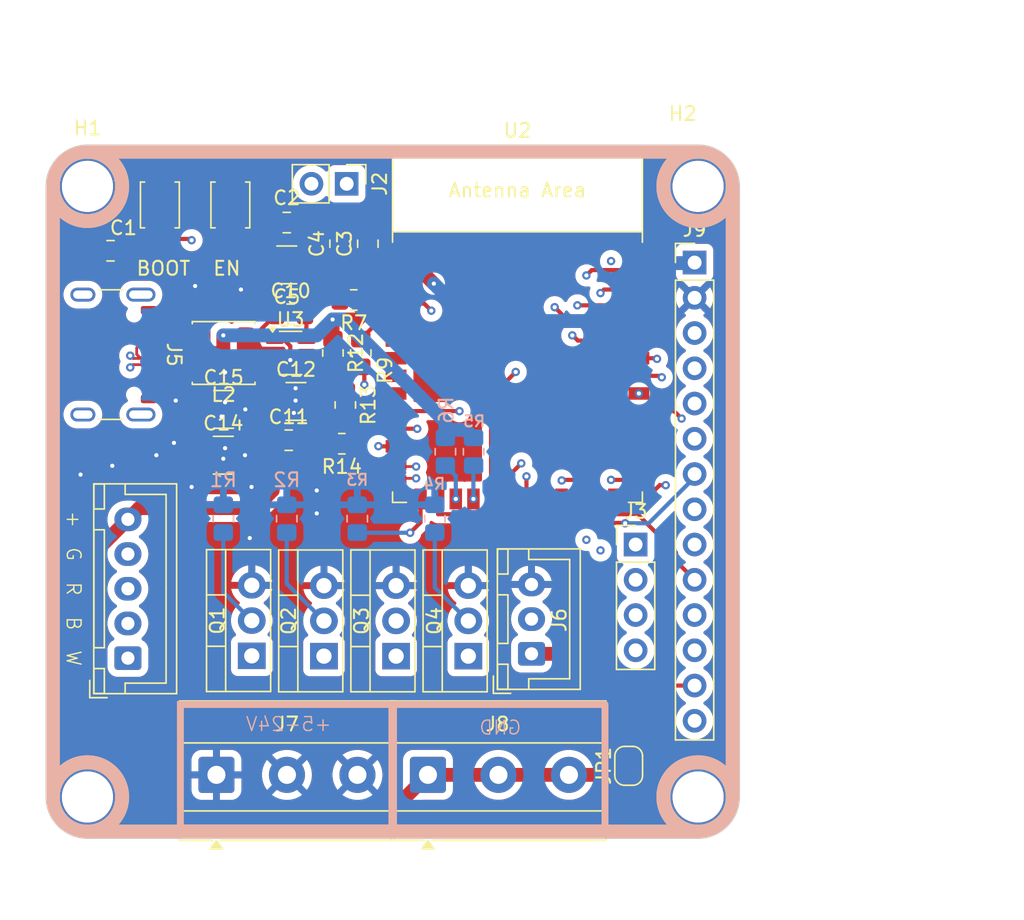
<source format=kicad_pcb>
(kicad_pcb (version 20241229) (generator "pcbnew") (generator_version "9.0")
  (title_block (title "LED Controller") (date "2025-05-27") (rev "1") (company "Paulus Handke"))
  (layers (0 "F.Cu" mixed) (4 "In1.Cu" mixed) (6 "In2.Cu" mixed) (2 "B.Cu" mixed) (13 "F.Paste" user) (15 "B.Paste" user) (5 "F.SilkS" user "F.Silkscreen") (7 "B.SilkS" user "B.Silkscreen") (1 "F.Mask" user) (3 "B.Mask" user) (25 "Edge.Cuts" user))
  (net 0 "")
  (net 1 "+24V")
  (net 2 "GND")
  (net 3 "+3.3V")
  (net 4 "ESP_EN")
  (net 5 "ESP_BOOT")
  (net 6 "R")
  (net 7 "R_out")
  (net 8 "G")
  (net 9 "G_out")
  (net 10 "B")
  (net 11 "B_out")
  (net 12 "W")
  (net 13 "W_out")
  (net 14 "I^{2}C.SCL")
  (net 15 "I^{2}C.SDA")
  (net 16 "Net-(U3-BOOT)")
  (net 17 "JTAG.MTDI")
  (net 18 "Net-(J6-Pin_2)")
  (net 21 "UART.TX")
  (net 24 "USB.D+")
  (net 25 "JTAG.MTCK")
  (net 26 "UART.RX")
  (net 27 "USB.D-")
  (net 29 "JTAG.MTDO")
  (net 30 "JTAG.MTMS")
  (net 42 "unconnected-(J5-SHIELD-PadS1)_3")
  (net 43 "Data")
  (net 44 "Net-(J6-Pin_1)")
  (net 45 "GPIO.45")
  (net 46 "GPIO.13")
  (net 47 "GPIO.14")
  (net 48 "GPIO.46")
  (net 49 "GPIO.7")
  (net 50 "GPIO.11")
  (net 51 "GPIO.17")
  (net 52 "GPIO.47")
  (net 53 "GPIO.8")
  (net 54 "GPIO.38")
  (net 55 "GPIO.21")
  (net 56 "GPIO.6")
  (net 57 "GPIO.12")
  (net 58 "GPIO.18")
  (net 59 "GPIO.48")
  (net 60 "Net-(U3-SW)")
  (net 62 "Net-(U3-FB)")
  (net 63 "Net-(R13-Pad2)")
  (footprint "Capacitor_SMD:C_1210_3225Metric_Pad1.33x2.70mm_HandSolder" (layer "F.Cu") (at 97.814 68.072)
    (property "Reference" "C15")
    (property "Value" "10u")
  )
  (footprint "Connector_PinHeader_2.54mm:PinHeader_1x02_P2.54mm_Vertical" (layer "F.Cu") (at 106.68 51.816 -90)
    (property "Reference" "J2")
    (property "Value" "UART")
  )
  (footprint "PCM_Espressif:ESP32-S3-WROOM-2" (layer "F.Cu") (at 118.986 65.024)
    (property "Reference" "U2")
    (property "Value" "ESP32-S3-WROOM-2")
  )
  (footprint "Package_TO_SOT_SMD:SOT-23-6" (layer "F.Cu") (at 102.64 64.008)
    (property "Reference" "U3")
    (property "Value" "TPS54202DDC")
  )
  (footprint "Resistor_SMD:R_0805_2012Metric_Pad1.20x1.40mm_HandSolder" (layer "F.Cu") (at 106.3285 70.546 180)
    (property "Reference" "R14")
    (property "Value" "20k")
  )
  (footprint "Package_TO_SOT_THT:TO-220-3_Vertical" (layer "F.Cu") (at 115.443 85.852 90)
    (property "Reference" "Q4")
    (property "Value" "IRLZ44N")
  )
  (footprint "Resistor_SMD:R_0805_2012Metric_Pad1.20x1.40mm_HandSolder" (layer "F.Cu") (at 107.188 60.19 180)
    (property "Reference" "R7")
    (property "Value" "10k")
  )
  (footprint "Capacitor_SMD:C_1210_3225Metric_Pad1.33x2.70mm_HandSolder" (layer "F.Cu") (at 97.79 71.374)
    (property "Reference" "C14")
    (property "Value" "10u")
  )
  (footprint "Capacitor_SMD:C_1210_3225Metric_Pad1.33x2.70mm_HandSolder" (layer "F.Cu") (at 102.362 57.658 180)
    (property "Reference" "C5")
    (property "Value" "10u")
  )
  (footprint "Resistor_SMD:R_0805_2012Metric_Pad1.20x1.40mm_HandSolder" (layer "F.Cu") (at 106.5825 67.752 -90)
    (property "Reference" "R13")
    (property "Value" "1.8k")
  )
  (footprint "Resistor_SMD:R_0805_2012Metric_Pad1.20x1.40mm_HandSolder" (layer "F.Cu") (at 107.696 64.008 90)
    (property "Reference" "R9")
    (property "Value" "100")
  )
  (footprint "Resistor_SMD:R_0805_2012Metric_Pad1.20x1.40mm_HandSolder" (layer "F.Cu") (at 105.688 64.008 -90)
    (property "Reference" "R12")
    (property "Value" "100k")
  )
  (footprint "MountingHole:MountingHole_3.2mm_M3" (layer "F.Cu") (at 88 96)
    (property "Reference" "H4" (hide yes))
    (property "Value" "MountingHole")
  )
  (footprint "Library:SHOU HAN TS342A2P-WZ" (layer "F.Cu") (at 98.298 53.34 -90)
    (property "Reference" "SW2" (hide yes))
    (property "Value" "EN")
  )
  (footprint "Inductor_SMD:L_APV_ANR4026" (layer "F.Cu") (at 97.814 64.008 180)
    (property "Reference" "L2")
    (property "Value" "15u")
  )
  (footprint "Connector_JST:JST_XH_B5B-XH-A_1x05_P2.50mm_Vertical" (layer "F.Cu") (at 90.915 85.9967 90)
    (property "Reference" "J1" (hide yes))
    (property "Value" "Conn_01x05")
  )
  (footprint "Package_TO_SOT_THT:TO-220-3_Vertical" (layer "F.Cu") (at 110.242 85.852 90)
    (property "Reference" "Q3")
    (property "Value" "IRLZ44N")
  )
  (footprint "Connector_JST:JST_XH_B3B-XH-A_1x03_P2.50mm_Vertical" (layer "F.Cu") (at 119.998 85.685 90)
    (property "Reference" "J6")
    (property "Value" "Conn_01x03")
  )
  (footprint "TerminalBlock_Phoenix:TerminalBlock_Phoenix_MKDS-1,5-3-5.08_1x03_P5.08mm_Horizontal" (layer "F.Cu") (at 112.535 94.4065)
    (property "Reference" "J8")
    (property "Value" "GND")
  )
  (footprint "Capacitor_SMD:C_0805_2012Metric_Pad1.18x1.45mm_HandSolder" (layer "F.Cu") (at 89.662 56.642)
    (property "Reference" "C1")
    (property "Value" "100n")
  )
  (footprint "MountingHole:MountingHole_3.2mm_M3" (layer "F.Cu") (at 132 52)
    (property "Reference" "H2")
    (property "Value" "MountingHole")
  )
  (footprint "Package_TO_SOT_THT:TO-220-3_Vertical" (layer "F.Cu") (at 105.041 85.852 90)
    (property "Reference" "Q2")
    (property "Value" "IRLZ44N")
  )
  (footprint "Connector_PinHeader_2.54mm:PinHeader_1x04_P2.54mm_Vertical" (layer "F.Cu") (at 127.5 77.81)
    (property "Reference" "J3")
    (property "Value" "JTAG")
  )
  (footprint "Capacitor_SMD:C_0805_2012Metric_Pad1.18x1.45mm_HandSolder" (layer "F.Cu") (at 102.5015 70.292)
    (property "Reference" "C11")
    (property "Value" "100n")
  )
  (footprint "MountingHole:MountingHole_3.2mm_M3" (layer "F.Cu") (at 88 52)
    (property "Reference" "H1")
    (property "Value" "MountingHole")
  )
  (footprint "Library:SHOU HAN TS342A2P-WZ" (layer "F.Cu") (at 93.218 53.34 -90)
    (property "Reference" "SW1" (hide yes))
    (property "Value" "BOOT")
  )
  (footprint "TerminalBlock_Phoenix:TerminalBlock_Phoenix_MKDS-1,5-3-5.08_1x03_P5.08mm_Horizontal" (layer "F.Cu") (at 97.295 94.4065)
    (property "Reference" "J7")
    (property "Value" "VDD")
  )
  (footprint "Capacitor_SMD:C_0805_2012Metric_Pad1.18x1.45mm_HandSolder" (layer "F.Cu") (at 102.64 61.214)
    (property "Reference" "C10")
    (property "Value" "100n")
  )
  (footprint "Package_TO_SOT_THT:TO-220-3_Vertical" (layer "F.Cu") (at 99.84 85.83 90)
    (property "Reference" "Q1")
    (property "Value" "IRLZ44N")
  )
  (footprint "Connector_PinHeader_2.54mm:PinHeader_1x14_P2.54mm_Vertical" (layer "F.Cu") (at 131.75 57.49)
    (property "Reference" "J9")
    (property "Value" "Conn_01x14")
  )
  (footprint "Connector_USB:USB_C_Receptacle_GCT_USB4105-xx-A_16P_TopMnt_Horizontal" (layer "F.Cu") (at 88.745 64.1233 -90)
    (property "Reference" "J5")
    (property "Value" "USB_C_Receptacle_USB2.0_16P")
  )
  (footprint "Jumper:SolderJumper-2_P1.3mm_Open_RoundedPad1.0x1.5mm" (layer "F.Cu") (at 127 93.7565 90)
    (property "Reference" "JP1")
    (property "Value" "SolderJumper_2_Open")
  )
  (footprint "MountingHole:MountingHole_3.2mm_M3" (layer "F.Cu") (at 132 96)
    (property "Reference" "H3" (hide yes))
    (property "Value" "MountingHole")
  )
  (footprint "Capacitor_SMD:C_0805_2012Metric_Pad1.18x1.45mm_HandSolder" (layer "F.Cu") (at 108.204 56.134 90)
    (property "Reference" "C3")
    (property "Value" "100n")
  )
  (footprint "Capacitor_SMD:C_0805_2012Metric_Pad1.18x1.45mm_HandSolder" (layer "F.Cu") (at 102.362 54.61 180)
    (property "Reference" "C2")
    (property "Value" "100n")
  )
  (footprint "Capacitor_SMD:C_1210_3225Metric_Pad1.33x2.70mm_HandSolder" (layer "F.Cu") (at 103.0265 67.498)
    (property "Reference" "C12")
    (property "Value" "10u")
  )
  (footprint "Capacitor_SMD:C_0805_2012Metric_Pad1.18x1.45mm_HandSolder" (layer "F.Cu") (at 106.204 56.134 90)
    (property "Reference" "C4")
    (property "Value" "22u")
  )
  (footprint "Resistor_SMD:R_0805_2012Metric_Pad1.20x1.40mm_HandSolder" (layer "B.Cu") (at 113.792 71.12 -90)
    (property "Reference" "R6")
    (property "Value" "10k")
  )
  (footprint "Resistor_SMD:R_0805_2012Metric_Pad1.20x1.40mm_HandSolder" (layer "B.Cu") (at 113.03 75.946 90)
    (property "Reference" "R4")
    (property "Value" "100k")
  )
  (footprint "Resistor_SMD:R_0805_2012Metric_Pad1.20x1.40mm_HandSolder" (layer "B.Cu") (at 102.362 75.946 90)
    (property "Reference" "R2")
    (property "Value" "100k")
  )
  (footprint "Resistor_SMD:R_0805_2012Metric_Pad1.20x1.40mm_HandSolder" (layer "B.Cu") (at 115.824 71.12 -90)
    (property "Reference" "R5")
    (property "Value" "10k")
  )
  (footprint "Resistor_SMD:R_0805_2012Metric_Pad1.20x1.40mm_HandSolder" (layer "B.Cu") (at 107.442 75.946 90)
    (property "Reference" "R3")
    (property "Value" "100k")
  )
  (footprint "Resistor_SMD:R_0805_2012Metric_Pad1.20x1.40mm_HandSolder" (layer "B.Cu") (at 97.79 75.946 90)
    (property "Reference" "R1")
    (property "Value" "100k")
  )
  (gr_circle (center 132 52) (end 132 49.5) (stroke (width 1)) (fill no) (layer "F.SilkS"))
  (gr_circle (center 88 96) (end 88 93.5) (stroke (width 1)) (fill no) (layer "F.SilkS"))
  (gr_circle (center 132 96) (end 132 93.5) (stroke (width 1)) (fill no) (layer "F.SilkS"))
  (gr_line (start 132 49.5) (end 88 49.5) (stroke (width 1)) (layer "F.SilkS"))
  (gr_line (start 134.5 96) (end 134.5 52) (stroke (width 1)) (layer "F.SilkS"))
  (gr_line (start 85.5 52) (end 85.5 96) (stroke (width 1)) (layer "F.SilkS"))
  (gr_circle (center 88 52) (end 88 49.5) (stroke (width 1)) (fill no) (layer "F.SilkS"))
  (gr_line (start 88 98.5) (end 132 98.5) (stroke (width 1)) (layer "F.SilkS"))
  (gr_line (start 88 98.5) (end 132 98.5) (stroke (width 1)) (layer "B.SilkS"))
  (gr_line (start 85.5 52) (end 85.5 96) (stroke (width 1)) (layer "B.SilkS"))
  (gr_rect (start 94.6975 89.33475) (end 110.0525 98.22825) (stroke (width 0.5)) (fill no) (layer "B.SilkS"))
  (gr_line (start 132 49.5) (end 88 49.5) (stroke (width 1)) (layer "B.SilkS"))
  (gr_rect (start 109.9375 89.33475) (end 125.2925 98.22825) (stroke (width 0.5)) (fill no) (layer "B.SilkS"))
  (gr_circle (center 132 52) (end 132 49.5) (stroke (width 1)) (fill no) (layer "B.SilkS"))
  (gr_line (start 134.5 96) (end 134.5 52) (stroke (width 1)) (layer "B.SilkS"))
  (gr_circle (center 88 96) (end 88 93.5) (stroke (width 1)) (fill no) (layer "B.SilkS"))
  (gr_circle (center 88 52) (end 88 49.5) (stroke (width 1)) (fill no) (layer "B.SilkS"))
  (gr_circle (center 132 96) (end 132 93.5) (stroke (width 1)) (fill no) (layer "B.SilkS"))
  (gr_arc (start 88 99) (mid 85.87868 98.12132) (end 85 96) (stroke (width 0.05)) (layer "Edge.Cuts"))
  (gr_line (start 85 96) (end 85 52) (stroke (width 0.05)) (layer "Edge.Cuts"))
  (gr_arc (start 132 49) (mid 134.12132 49.87868) (end 135 52) (stroke (width 0.05)) (layer "Edge.Cuts"))
  (gr_line (start 88 49) (end 132 49) (stroke (width 0.05)) (layer "Edge.Cuts"))
  (gr_line (start 132 99) (end 88 99) (stroke (width 0.05)) (layer "Edge.Cuts"))
  (gr_arc (start 85 52) (mid 85.87868 49.87868) (end 88 49) (stroke (width 0.05)) (layer "Edge.Cuts"))
  (gr_line (start 135 52) (end 135 96) (stroke (width 0.05)) (layer "Edge.Cuts"))
  (gr_arc (start 135 96) (mid 134.12132 98.12132) (end 132 99) (stroke (width 0.05)) (layer "Edge.Cuts"))
  (gr_text "W" (at 87 85.996667 270) (layer "F.SilkS") (effects (font (size 1 1) (thickness 0.1))))
  (gr_text "G" (at 87 78.496667 270) (layer "F.SilkS") (effects (font (size 1 1) (thickness 0.1))))
  (gr_text "B" (at 87 83.496667 270) (layer "F.SilkS") (effects (font (size 1 1) (thickness 0.1))))
  (gr_text "R" (at 87 80.996667 270) (layer "F.SilkS") (effects (font (size 1 1) (thickness 0.1))))
  (gr_text "+" (at 87 75.996667 270) (layer "F.SilkS") (effects (font (size 1 1) (thickness 0.1))))
  (gr_text "+5-24V" (at 102.5 90.75 0) (layer "B.SilkS") (effects (font (size 1 1) (thickness 0.1)) (justify mirror)))
  (gr_text "GND" (at 117.75 91 0) (layer "B.SilkS") (effects (font (size 1 1) (thickness 0.1)) (justify mirror)))
  (segment (start 89.70425 77.20745) (end 90.915 75.9967) (width 1) (layer "F.Cu") (net 1))
  (segment (start 101.5025 65.516) (end 101.5025 64.958) (width 0.601) (layer "F.Cu") (net 1))
  (segment (start 101.5025 65.086) (end 101.464 65.0475) (width 1) (layer "F.Cu") (net 1))
  (segment (start 112.535 94.4065) (end 122.695 94.4065) (width 1) (layer "F.Cu") (net 1))
  (segment (start 87.25 79.6617) (end 89.70425 77.20745) (width 1) (layer "F.Cu") (net 1))
  (segment (start 87.25 90) (end 87.25 79.6617) (width 1) (layer "F.Cu") (net 1))
  (segment (start 101.464 67.498) (end 101.464 65.0475) (width 1) (layer "F.Cu") (net 1))
  (segment (start 101.464 65.0475) (end 101.5025 65.009) (width 1) (layer "F.Cu") (net 1))
  (segment (start 91.7277 75.184) (end 100.076 75.184) (width 1) (layer "F.Cu") (net 1))
  (segment (start 101.346 70.41) (end 101.464 70.292) (width 1) (layer "F.Cu") (net 1))
  (segment (start 112.535 94.4065) (end 110.1915 96.75) (width 1) (layer "F.Cu") (net 1))
  (segment (start 110.1915 96.75) (end 94 96.75) (width 1) (layer "F.Cu") (net 1))
  (segment (start 100.076 75.184) (end 101.346 73.914) (width 1) (layer "F.Cu") (net 1))
  (segment (start 94 96.75) (end 87.25 90) (width 1) (layer "F.Cu") (net 1))
  (segment (start 101.5025 65.516) (end 101.5025 65.086) (width 1) (layer "F.Cu") (net 1))
  (segment (start 122.695 94.4065) (end 127 94.4065) (width 1) (layer "F.Cu") (net 1))
  (segment (start 101.346 73.914) (end 101.346 70.41) (width 1) (layer "F.Cu") (net 1))
  (segment (start 90.915 75.9967) (end 91.7277 75.184) (width 1) (layer "F.Cu") (net 1))
  (segment (start 101.464 70.292) (end 101.464 67.498) (width 1) (layer "F.Cu") (net 1))
  (segment (start 103.793 70.546) (end 103.539 70.292) (width 0.3) (layer "F.Cu") (net 2))
  (segment (start 102.616 63.509001) (end 102.616 64.516) (width 0.3) (layer "F.Cu") (net 2))
  (segment (start 102.87 69.623) (end 102.87 68.326) (width 0.3) (layer "F.Cu") (net 2))
  (segment (start 101.5025 63.058) (end 102.164999 63.058) (width 0.3) (layer "F.Cu") (net 2))
  (segment (start 103.539 70.292) (end 102.87 69.623) (width 0.3) (layer "F.Cu") (net 2))
  (segment (start 105.3285 70.546) (end 103.793 70.546) (width 0.3) (layer "F.Cu") (net 2))
  (segment (start 102.164999 63.058) (end 102.616 63.509001) (width 0.3) (layer "F.Cu") (net 2))
  (via (at 87.503 72.771) (size 0.6) (drill 0.3) (layers "F.Cu" "B.Cu") (net 2))
  (via (at 104.521 75.565) (size 0.6) (drill 0.3) (layers "F.Cu" "B.Cu") (net 2))
  (via (at 94.361 67.437) (size 0.6) (drill 0.3) (layers "F.Cu" "B.Cu") (net 2))
  (via (at 95.504 73.66) (size 0.6) (drill 0.3) (layers "F.Cu" "B.Cu") (net 2))
  (via (at 95.758 59.182) (size 0.6) (drill 0.3) (layers "F.Cu" "B.Cu") (net 2))
  (via (at 97.79 71.628) (size 0.6) (drill 0.3) (layers "F.Cu" "B.Cu") (net 2))
  (via (at 102.616 64.516) (size 0.6) (drill 0.3) (layers "F.Cu" "B.Cu") (net 2))
  (via (at 104.521 73.914) (size 0.6) (drill 0.3) (layers "F.Cu" "B.Cu") (net 2))
  (via (at 97.917 70.866) (size 0.6) (drill 0.3) (layers "F.Cu" "B.Cu") (net 2))
  (via (at 102.997 66.548) (size 0.6) (drill 0.3) (layers "F.Cu" "B.Cu") (net 2))
  (via (at 97.917 65.405) (size 0.6) (drill 0.3) (layers "F.Cu" "B.Cu") (net 2))
  (via (at 99.06 59.436) (size 0.6) (drill 0.3) (layers "F.Cu" "B.Cu") (net 2))
  (via (at 97.917 67.564) (size 0.6) (drill 0.3) (layers "F.Cu" "B.Cu") (net 2))
  (via (at 102.87 68.326) (size 0.6) (drill 0.3) (layers "F.Cu" "B.Cu") (net 2))
  (via (at 99.3525 71.374) (size 0.6) (drill 0.3) (layers "F.Cu" "B.Cu") (net 2))
  (via (at 97.663 68.58) (size 0.6) (drill 0.3) (layers "F.Cu" "B.Cu") (net 2))
  (via (at 99.822 73.66) (size 0.6) (drill 0.3) (layers "F.Cu" "B.Cu") (net 2))
  (via (at 99.695 77.343) (size 0.6) (drill 0.3) (layers "F.Cu" "B.Cu") (net 2))
  (via (at 94.234 70.485) (size 0.6) (drill 0.3) (layers "F.Cu" "B.Cu") (net 2))
  (via (at 89.789 72.136) (size 0.6) (drill 0.3) (layers "F.Cu" "B.Cu") (net 2))
  (via (at 102.997 67.437) (size 0.6) (drill 0.3) (layers "F.Cu" "B.Cu") (net 2))
  (via (at 92.964 71.374) (size 0.6) (drill 0.3) (layers "F.Cu" "B.Cu") (net 2))
  (via (at 99.3765 68.072) (size 0.6) (drill 0.3) (layers "F.Cu" "B.Cu") (net 2))
  (segment (start 108.7843 58.034) (end 108.7843 57.7518) (width 1) (layer "F.Cu") (net 3))
  (segment (start 111.9827 58.034) (end 112.9589 59.0102) (width 1) (layer "F.Cu") (net 3))
  (segment (start 96.2515 68.072) (end 96.2515 64.0705) (width 1) (layer "F.Cu") (net 3))
  (segment (start 108.188 60.89) (end 108.188 60.19) (width 1) (layer "F.Cu") (net 3))
  (segment (start 97.79 62.738) (end 97.79 63.754) (width 1) (layer "F.Cu") (net 3))
  (segment (start 106.204 57.1715) (end 108.204 57.1715) (width 1) (layer "F.Cu") (net 3))
  (segment (start 110.236 58.034) (end 108.7843 58.034) (width 1) (layer "F.Cu") (net 3))
  (segment (start 96.2275 68.096) (end 96.2515 68.072) (width 1) (layer "F.Cu") (net 3))
  (segment (start 105.664 62.984) (end 105.688 63.008) (width 1) (layer "F.Cu") (net 3))
  (segment (start 105.664 61.5948) (end 107.4832 61.5948) (width 1) (layer "F.Cu") (net 3))
  (segment (start 97.79 63.754) (end 97.536 64.008) (width 1) (layer "F.Cu") (net 3))
  (segment (start 97.536 64.008) (end 96.314 64.008) (width 1) (layer "F.Cu") (net 3))
  (segment (start 110.236 58.034) (end 111.9827 58.034) (width 1) (layer "F.Cu") (net 3))
  (segment (start 96.2515 64.0705) (end 96.314 64.008) (width 1) (layer "F.Cu") (net 3))
  (segment (start 105.664 61.5948) (end 105.664 62.984) (width 1) (layer "F.Cu") (net 3))
  (segment (start 107.4832 61.5948) (end 108.188 60.89) (width 1) (layer "F.Cu") (net 3))
  (segment (start 96.2275 71.374) (end 96.2275 68.096) (width 1) (layer "F.Cu") (net 3))
  (segment (start 108.7843 57.7518) (end 108.204 57.1715) (width 1) (layer "F.Cu") (net 3))
  (via (at 105.664 61.5948) (size 0.6) (drill 0.3) (layers "F.Cu" "B.Cu") (net 3))
  (via (at 97.79 62.738) (size 0.6) (drill 0.3) (layers "F.Cu" "B.Cu") (net 3))
  (via (at 112.9589 59.0102) (size 0.6) (drill 0.3) (layers "F.Cu" "B.Cu") (net 3))
  (segment (start 97.79 62.738) (end 104.5208 62.738) (width 1) (layer "B.Cu") (net 3))
  (segment (start 129.286 57.531) (end 131.709 57.531) (width 1) (layer "B.Cu") (net 3))
  (segment (start 113.792 70.12) (end 113.792 68.9745) (width 1) (layer "B.Cu") (net 3))
  (segment (start 131.709 57.531) (end 131.75 57.49) (width 1) (layer "B.Cu") (net 3))
  (segment (start 113.792 68.9745) (end 106.4123 61.5948) (width 1) (layer "B.Cu") (net 3))
  (segment (start 115.2512 69.5472) (end 115.824 70.12) (width 1) (layer "B.Cu") (net 3))
  (segment (start 104.5208 62.738) (end 105.664 61.5948) (width 1) (layer "B.Cu") (net 3))
  (segment (start 112.9589 59.0102) (end 115.6557 61.707) (width 1) (layer "B.Cu") (net 3))
  (segment (start 125.11 61.707) (end 129.286 57.531) (width 1) (layer "B.Cu") (net 3))
  (segment (start 113.792 69.5472) (end 115.2512 69.5472) (width 1) (layer "B.Cu") (net 3))
  (segment (start 115.6557 61.707) (end 125.11 61.707) (width 1) (layer "B.Cu") (net 3))
  (segment (start 106.4123 61.5948) (end 105.664 61.5948) (width 1) (layer "B.Cu") (net 3))
  (segment (start 98.3763 54.61) (end 98.298 54.6883) (width 0.3) (layer "F.Cu") (net 4))
  (segment (start 106.188 60.19) (end 107.2816 59.0964) (width 0.3) (layer "F.Cu") (net 4))
  (segment (start 107.2816 59.0964) (end 108.9267 59.0964) (width 0.3) (layer "F.Cu") (net 4))
  (segment (start 103.9245 57.658) (end 103.924 57.658) (width 0.3) (layer "F.Cu") (net 4))
  (segment (start 103.9245 57.658) (end 101.3245 55.058) (width 0.3) (layer "F.Cu") (net 4))
  (segment (start 98.298 55.79) (end 98.298 54.6883) (width 0.3) (layer "F.Cu") (net 4))
  (segment (start 101.3245 54.61) (end 101.324 54.61) (width 0.3) (layer "F.Cu") (net 4))
  (segment (start 108.9267 59.0964) (end 109.1343 59.304) (width 0.3) (layer "F.Cu") (net 4))
  (segment (start 103.9245 57.9265) (end 106.188 60.19) (width 0.3) (layer "F.Cu") (net 4))
  (segment (start 101.3245 55.058) (end 101.3245 54.61) (width 0.3) (layer "F.Cu") (net 4))
  (segment (start 101.3245 54.61) (end 98.3763 54.61) (width 0.3) (layer "F.Cu") (net 4))
  (segment (start 103.9245 57.658) (end 103.9245 57.9265) (width 0.3) (layer "F.Cu") (net 4))
  (segment (start 110.236 59.304) (end 109.1343 59.304) (width 0.3) (layer "F.Cu") (net 4))
  (segment (start 90.6995 56.642) (end 92.366 56.642) (width 0.3) (layer "F.Cu") (net 5))
  (segment (start 125.73 73.152) (end 127.614 73.152) (width 0.3) (layer "F.Cu") (net 5))
  (segment (start 95.414 55.79) (end 95.504 55.88) (width 0.3) (layer "F.Cu") (net 5))
  (segment (start 93.218 55.79) (end 95.414 55.79) (width 0.3) (layer "F.Cu") (net 5))
  (segment (start 92.366 56.642) (end 93.218 55.79) (width 0.3) (layer "F.Cu") (net 5))
  (segment (start 127.614 73.152) (end 127.736 73.274) (width 0.3) (layer "F.Cu") (net 5))
  (via (at 125.73 73.152) (size 0.6) (drill 0.3) (layers "F.Cu" "B.Cu") (net 5))
  (via (at 125.73 57.384) (size 0.6) (drill 0.3) (layers "F.Cu" "B.Cu") (net 5))
  (via (at 95.504 55.88) (size 0.6) (drill 0.3) (layers "F.Cu" "B.Cu") (net 5))
  (segment (start 124.338 58.034) (end 127.736 58.034) (width 0.3) (layer "F.Cu") (net 6))
  (segment (start 123.952 58.42) (end 124.338 58.034) (width 0.3) (layer "F.Cu") (net 6))
  (via (at 123.952 77.47) (size 0.6) (drill 0.3) (layers "F.Cu" "B.Cu") (net 6))
  (via (at 123.952 58.42) (size 0.6) (drill 0.3) (layers "F.Cu" "B.Cu") (net 6))
  (segment (start 99.84 83.29) (end 97.79 81.24) (width 0.3) (layer "B.Cu") (net 6))
  (segment (start 97.79 81.24) (end 97.79 76.946) (width 0.3) (layer "B.Cu") (net 6))
  (segment (start 124.968 59.69) (end 125.222 59.436) (width 0.3) (layer "F.Cu") (net 8))
  (segment (start 127.604 59.436) (end 127.736 59.304) (width 0.3) (layer "F.Cu") (net 8))
  (segment (start 125.222 59.436) (end 127.604 59.436) (width 0.3) (layer "F.Cu") (net 8))
  (via (at 124.968 59.69) (size 0.6) (drill 0.3) (layers "F.Cu" "B.Cu") (net 8))
  (via (at 124.968 78.232) (size 0.6) (drill 0.3) (layers "F.Cu" "B.Cu") (net 8))
  (segment (start 102.362 80.633) (end 102.362 76.946) (width 0.3) (layer "B.Cu") (net 8))
  (segment (start 105.041 83.312) (end 102.362 80.633) (width 0.3) (layer "B.Cu") (net 8))
  (segment (start 111.252 76.962) (end 112.001 76.213) (width 0.3) (layer "F.Cu") (net 10))
  (segment (start 112.001 76.213) (end 112.001 74.524) (width 0.3) (layer "F.Cu") (net 10))
  (via (at 111.252 76.962) (size 0.6) (drill 0.3) (layers "F.Cu" "B.Cu") (net 10))
  (segment (start 107.607 76.946) (end 107.442 76.946) (width 0.3) (layer "B.Cu") (net 10))
  (segment (start 107.623 76.962) (end 107.607 76.946) (width 0.3) (layer "B.Cu") (net 10))
  (segment (start 111.252 76.962) (end 107.623 76.962) (width 0.3) (layer "B.Cu") (net 10))
  (segment (start 112.268 60.452) (end 110.358 60.452) (width 0.3) (layer "F.Cu") (net 12))
  (segment (start 112.776 60.96) (end 112.268 60.452) (width 0.3) (layer "F.Cu") (net 12))
  (segment (start 110.358 60.452) (end 110.236 60.574) (width 0.3) (layer "F.Cu") (net 12))
  (via (at 112.776 60.96) (size 0.6) (drill 0.3) (layers "F.Cu" "B.Cu") (net 12))
  (segment (start 113.03 80.899) (end 113.03 76.946) (width 0.3) (layer "B.Cu") (net 12))
  (segment (start 115.443 83.312) (end 113.03 80.899) (width 0.3) (layer "B.Cu") (net 12))
  (via (at 115.811 74.524) (size 0.6) (drill 0.3) (layers "F.Cu" "B.Cu") (net 14))
  (segment (start 115.811 74.524) (end 115.811 72.133) (width 0.3) (layer "B.Cu") (net 14))
  (segment (start 115.811 72.133) (end 115.824 72.12) (width 0.3) (layer "B.Cu") (net 14))
  (via (at 114.541 74.524) (size 0.6) (drill 0.3) (layers "F.Cu" "B.Cu") (net 15))
  (segment (start 114.541 72.869) (end 113.792 72.12) (width 0.3) (layer "B.Cu") (net 15))
  (segment (start 114.541 74.524) (end 114.541 72.869) (width 0.3) (layer "B.Cu") (net 15))
  (segment (start 103.7275 61.264) (end 103.6775 61.214) (width 0.3) (layer "F.Cu") (net 16))
  (segment (start 103.728 61.264) (end 103.7275 61.264) (width 0.3) (layer "F.Cu") (net 16))
  (segment (start 103.778 62.186) (end 103.7775 62.1865) (width 0.3) (layer "F.Cu") (net 16))
  (segment (start 103.7775 63.058) (end 103.7775 61.314) (width 0.3) (layer "F.Cu") (net 16))
  (segment (start 103.7775 61.314) (end 103.6775 61.214) (width 0.3) (layer "F.Cu") (net 16))
  (segment (start 103.7775 62.1865) (end 103.7775 63.058) (width 0.3) (layer "F.Cu") (net 16))
  (segment (start 127.736 64.384) (end 128.9913 64.384) (width 0.3) (layer "F.Cu") (net 17))
  (segment (start 128.9913 64.384) (end 129.0389 64.4316) (width 0.3) (layer "F.Cu") (net 17))
  (via (at 129.0389 64.4316) (size 0.6) (drill 0.3) (layers "F.Cu" "B.Cu") (net 17))
  (segment (start 107.95 66.294) (end 107.95 65.262) (width 0.3) (layer "F.Cu") (net 18))
  (segment (start 107.95 65.262) (end 107.696 65.008) (width 0.3) (layer "F.Cu") (net 18))
  (via (at 107.95 66.294) (size 0.6) (drill 0.3) (layers "F.Cu" "B.Cu") (net 18))
  (segment (start 123.302 60.574) (end 127.736 60.574) (width 0.3) (layer "F.Cu") (net 21))
  (via (at 123.302 60.574) (size 0.6) (drill 0.3) (layers "F.Cu" "B.Cu") (net 21))
  (segment (start 93.0673 64.8733) (end 92.425 64.8733) (width 0.2) (layer "F.Cu") (net 24))
  (segment (start 110.47 73.04) (end 110.236 73.274) (width 0.2) (layer "F.Cu") (net 24))
  (segment (start 91.281211 64.848301) (end 91.081212 65.0483) (width 0.2) (layer "F.Cu") (net 24))
  (segment (start 93.301 64.140476) (end 93.301 64.6396) (width 0.2) (layer "F.Cu") (net 24))
  (segment (start 93.033824 63.8733) (end 93.301 64.140476) (width 0.2) (layer "F.Cu") (net 24))
  (segment (start 92.425 64.8733) (end 92.400001 64.848301) (width 0.2) (layer "F.Cu") (net 24))
  (segment (start 92.425 63.8733) (end 93.033824 63.8733) (width 0.2) (layer "F.Cu") (net 24))
  (segment (start 93.301 64.6396) (end 93.0673 64.8733) (width 0.2) (layer "F.Cu") (net 24))
  (segment (start 111.681627 73.04) (end 110.47 73.04) (width 0.2) (layer "F.Cu") (net 24))
  (segment (start 92.400001 64.848301) (end 91.281211 64.848301) (width 0.2) (layer "F.Cu") (net 24))
  (via (at 111.681627 73.04) (size 0.6) (drill 0.3) (layers "F.Cu" "B.Cu") (net 24))
  (via (at 91.081212 65.0483) (size 0.6) (drill 0.3) (layers "F.Cu" "B.Cu") (net 24))
  (via (at 127.736 66.924) (size 0.6) (drill 0.3) (layers "F.Cu" "B.Cu") (net 25))
  (segment (start 127.736 61.844) (end 122.804 61.844) (width 0.3) (layer "F.Cu") (net 26))
  (segment (start 122.804 61.844) (end 121.666 60.706) (width 0.3) (layer "F.Cu") (net 26))
  (via (at 121.666 60.706) (size 0.6) (drill 0.3) (layers "F.Cu" "B.Cu") (net 26))
  (segment (start 91.281211 64.398299) (end 91.081212 64.1983) (width 0.2) (layer "F.Cu") (net 27))
  (segment (start 111.681627 72.19) (end 110.422 72.19) (width 0.2) (layer "F.Cu") (net 27))
  (segment (start 91.816176 64.3733) (end 92.425 64.3733) (width 0.2) (layer "F.Cu") (net 27))
  (segment (start 91.816176 63.3733) (end 91.549 63.640476) (width 0.2) (layer "F.Cu") (net 27))
  (segment (start 110.422 72.19) (end 110.236 72.004) (width 0.2) (layer "F.Cu") (net 27))
  (segment (start 91.549 64.106124) (end 91.816176 64.3733) (width 0.2) (layer "F.Cu") (net 27))
  (segment (start 92.425 64.3733) (end 92.400001 64.398299) (width 0.2) (layer "F.Cu") (net 27))
  (segment (start 91.549 63.640476) (end 91.549 64.106124) (width 0.2) (layer "F.Cu") (net 27))
  (segment (start 92.400001 64.398299) (end 91.281211 64.398299) (width 0.2) (layer "F.Cu") (net 27))
  (segment (start 92.425 63.3733) (end 91.816176 63.3733) (width 0.2) (layer "F.Cu") (net 27))
  (via (at 91.081212 64.1983) (size 0.6) (drill 0.3) (layers "F.Cu" "B.Cu") (net 27))
  (via (at 111.681627 72.19) (size 0.6) (drill 0.3) (layers "F.Cu" "B.Cu") (net 27))
  (segment (start 129.3844 65.76) (end 129.2784 65.654) (width 0.3) (layer "F.Cu") (net 29))
  (segment (start 129.2784 65.654) (end 127.736 65.654) (width 0.3) (layer "F.Cu") (net 29))
  (via (at 129.3844 65.76) (size 0.6) (drill 0.3) (layers "F.Cu" "B.Cu") (net 29))
  (segment (start 123.698 63.114) (end 123.34 63.114) (width 0.3) (layer "F.Cu") (net 30))
  (segment (start 127.736 63.114) (end 123.698 63.114) (width 0.3) (layer "F.Cu") (net 30))
  (segment (start 122.964 62.738) (end 122.936 62.738) (width 0.3) (layer "F.Cu") (net 30))
  (segment (start 123.34 63.114) (end 122.964 62.738) (width 0.3) (layer "F.Cu") (net 30))
  (segment (start 123.698 63.114) (end 123.594 63.114) (width 0.3) (layer "F.Cu") (net 30))
  (via (at 122.936 62.738) (size 0.6) (drill 0.3) (layers "F.Cu" "B.Cu") (net 30))
  (segment (start 107.696 63.008) (end 108.86 61.844) (width 0.3) (layer "F.Cu") (net 43))
  (segment (start 108.86 61.844) (end 110.236 61.844) (width 0.3) (layer "F.Cu") (net 43))
  (segment (start 127 90.678) (end 127 93.1065) (width 1) (layer "F.Cu") (net 44))
  (segment (start 119.998 85.685) (end 122.007 85.685) (width 1) (layer "F.Cu") (net 44))
  (segment (start 122.007 85.685) (end 127 90.678) (width 1) (layer "F.Cu") (net 44))
  (segment (start 125.971 74.524) (end 128.2398 74.524) (width 0.3) (layer "F.Cu") (net 45))
  (segment (start 129.2308 73.533) (end 129.667 73.533) (width 0.3) (layer "F.Cu") (net 45))
  (segment (start 128.2398 74.524) (end 129.2308 73.533) (width 0.3) (layer "F.Cu") (net 45))
  (via (at 129.667 73.533) (size 0.6) (drill 0.3) (layers "F.Cu" "B.Cu") (net 45))
  (segment (start 119.621 74.524) (end 119.634 74.511) (width 0.3) (layer "F.Cu") (net 46))
  (segment (start 119.634 74.511) (end 119.634 72.898) (width 0.3) (layer "F.Cu") (net 46))
  (via (at 119.634 72.898) (size 0.6) (drill 0.3) (layers "F.Cu" "B.Cu") (net 46))
  (segment (start 120.891 75.6257) (end 120.891 74.524) (width 0.3) (layer "F.Cu") (net 47))
  (segment (start 126.746 76.2757) (end 126.7231 76.2528) (width 0.3) (layer "F.Cu") (net 47))
  (segment (start 126.7231 76.2528) (end 121.5181 76.2528) (width 0.3) (layer "F.Cu") (net 47))
  (segment (start 121.5181 76.2528) (end 120.891 75.6257) (width 0.3) (layer "F.Cu") (net 47))
  (via (at 126.746 76.2757) (size 0.6) (drill 0.3) (layers "F.Cu" "B.Cu") (net 47))
  (segment (start 126.746 76.2757) (end 128.4483 76.2757) (width 0.3) (layer "B.Cu") (net 47))
  (segment (start 128.4483 76.2757) (end 131.75 72.974) (width 0.3) (layer "B.Cu") (net 47))
  (segment (start 131.75 72.974) (end 131.75 72.73) (width 0.3) (layer "B.Cu") (net 47))
  (segment (start 113.271 75.6257) (end 117.2817 75.6257) (width 0.3) (layer "F.Cu") (net 48))
  (segment (start 119.0597 75.6257) (end 125.476 82.042) (width 0.3) (layer "F.Cu") (net 48))
  (segment (start 125.476 82.042) (end 125.476 83.82) (width 0.3) (layer "F.Cu") (net 48))
  (segment (start 113.271 74.524) (end 113.271 75.6257) (width 0.3) (layer "F.Cu") (net 48))
  (segment (start 117.2817 75.6257) (end 119.0597 75.6257) (width 0.3) (layer "F.Cu") (net 48))
  (segment (start 125.476 85.598) (end 127.848 87.97) (width 0.3) (layer "F.Cu") (net 48))
  (segment (start 125.476 83.82) (end 125.476 85.598) (width 0.3) (layer "F.Cu") (net 48))
  (segment (start 127.848 87.97) (end 131.75 87.97) (width 0.3) (layer "F.Cu") (net 48))
  (segment (start 117.081 67.1532) (end 117.081 74.524) (width 0.3) (layer "F.Cu") (net 50))
  (segment (start 118.8595 65.3747) (end 117.081 67.1532) (width 0.3) (layer "F.Cu") (net 50))
  (via (at 118.8595 65.3747) (size 0.6) (drill 0.3) (layers "F.Cu" "B.Cu") (net 50))
  (segment (start 114.803 68.194) (end 110.236 68.194) (width 0.3) (layer "F.Cu") (net 51))
  (segment (start 114.808 68.199) (end 114.803 68.194) (width 0.3) (layer "F.Cu") (net 51))
  (via (at 114.808 68.199) (size 0.6) (drill 0.3) (layers "F.Cu" "B.Cu") (net 51))
  (segment (start 123.19 73.152) (end 123.431 73.393) (width 0.3) (layer "F.Cu") (net 52))
  (segment (start 122.174 73.1936) (end 122.2156 73.152) (width 0.3) (layer "F.Cu") (net 52))
  (segment (start 122.2156 73.152) (end 123.19 73.152) (width 0.3) (layer "F.Cu") (net 52))
  (segment (start 123.431 73.393) (end 123.431 74.524) (width 0.3) (layer "F.Cu") (net 52))
  (via (at 122.174 73.1936) (size 0.6) (drill 0.3) (layers "F.Cu" "B.Cu") (net 52))
  (segment (start 109.1215 70.7212) (end 108.9656 70.7212) (width 0.3) (layer "F.Cu") (net 53))
  (segment (start 109.1343 70.734) (end 109.1215 70.7212) (width 0.3) (layer "F.Cu") (net 53))
  (segment (start 110.236 70.734) (end 109.1343 70.734) (width 0.3) (layer "F.Cu") (net 53))
  (via (at 108.9656 70.7212) (size 0.6) (drill 0.3) (layers "F.Cu" "B.Cu") (net 53))
  (segment (start 130.2716 68.194) (end 130.8108 68.7332) (width 0.3) (layer "F.Cu") (net 54))
  (segment (start 127.736 68.194) (end 130.2716 68.194) (width 0.3) (layer "F.Cu") (net 54))
  (via (at 130.8108 68.7332) (size 0.6) (drill 0.3) (layers "F.Cu" "B.Cu") (net 54))
  (segment (start 130.4102 79.0102) (end 130.4101 79.0102) (width 0.3) (layer "F.Cu") (net 55))
  (segment (start 122.161 74.524) (end 122.161 75.6257) (width 0.3) (layer "F.Cu") (net 55))
  (segment (start 131.75 80.35) (end 130.4102 79.0102) (width 0.3) (layer "F.Cu") (net 55))
  (segment (start 127.6179 75.6011) (end 127.0766 75.6011) (width 0.3) (layer "F.Cu") (net 55))
  (segment (start 130.4101 78.3933) (end 127.6179 75.6011) (width 0.3) (layer "F.Cu") (net 55))
  (segment (start 130.4101 79.0102) (end 130.4101 78.3933) (width 0.3) (layer "F.Cu") (net 55))
  (segment (start 127.052 75.6257) (end 122.161 75.6257) (width 0.3) (layer "F.Cu") (net 55))
  (segment (start 127.0766 75.6011) (end 127.052 75.6257) (width 0.3) (layer "F.Cu") (net 55))
  (segment (start 119.2585 71.9629) (end 118.351 72.8704) (width 0.3) (layer "F.Cu") (net 57))
  (segment (start 118.351 72.8704) (end 118.351 74.524) (width 0.3) (layer "F.Cu") (net 57))
  (via (at 119.2585 71.9629) (size 0.6) (drill 0.3) (layers "F.Cu" "B.Cu") (net 57))
  (segment (start 111.755 69.464) (end 110.236 69.464) (width 0.3) (layer "F.Cu") (net 58))
  (segment (start 111.76 69.469) (end 111.755 69.464) (width 0.3) (layer "F.Cu") (net 58))
  (via (at 111.76 69.469) (size 0.6) (drill 0.3) (layers "F.Cu" "B.Cu") (net 58))
  (segment (start 101.6025 61.214) (end 99.314 63.5025) (width 0.3) (layer "F.Cu") (net 60))
  (segment (start 99.314 63.5025) (end 99.314 64.008) (width 0.3) (layer "F.Cu") (net 60))
  (segment (start 103.7775 64.958) (end 103.778 64.958) (width 0.3) (layer "F.Cu") (net 62))
  (segment (start 106.5825 66.752) (end 106.5825 65.9025) (width 0.3) (layer "F.Cu") (net 62))
  (segment (start 106.5825 65.9025) (end 105.688 65.008) (width 0.3) (layer "F.Cu") (net 62))
  (segment (start 105.638 64.958) (end 105.688 65.008) (width 0.3) (layer "F.Cu") (net 62))
  (segment (start 106.5825 66.752) (end 106.582 66.752) (width 0.3) (layer "F.Cu") (net 62))
  (segment (start 103.7775 64.958) (end 105.638 64.958) (width 0.3) (layer "F.Cu") (net 62))
  (segment (start 106.5825 68.752) (end 106.582 68.752) (width 0.3) (layer "F.Cu") (net 63))
  (segment (start 106.5825 69.8) (end 107.3285 70.546) (width 0.3) (layer "F.Cu") (net 63))
  (segment (start 106.955 70.173) (end 106.9555 70.173) (width 0.3) (layer "F.Cu") (net 63))
  (segment (start 106.9555 70.173) (end 107.3285 70.546) (width 0.3) (layer "F.Cu") (net 63))
  (segment (start 106.5825 68.752) (end 106.5825 69.8) (width 0.3) (layer "F.Cu") (net 63))
  (zone (net 60) (net_name "Net-(U3-SW)") (layer "F.Cu") (priority 1) (connect_pads yes (clearance 0)) (min_thickness 0.25) (fill yes (thermal_gap 0.5) (thermal_bridge_width 0.5))
    (polygon (pts (xy 102.2604 63.5508) (xy 102.2604 64.4652) (xy 100.584 64.4652) (xy 99.8728 65.8368) (xy 98.9584 65.8368) (xy 98.9584 62.1792) (xy 99.9236 62.1792) (xy 100.584 63.5508)))
  )
  (zone (net 2) (net_name "GND") (layers "F.Cu" "B.Cu") (connect_pads (clearance 0.5)) (min_thickness 0.25) (fill yes (thermal_gap 0.5) (thermal_bridge_width 0.5))
    (polygon (pts (xy 82.714 47.222) (xy 138.594 46.968) (xy 137.832 104.372) (xy 81.698 104.88)))
  )
)
</source>
